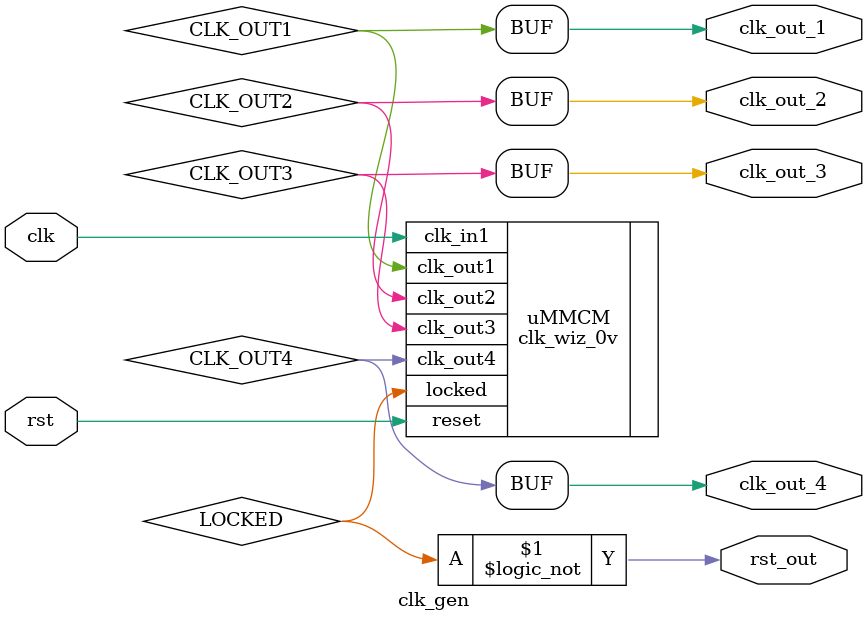
<source format=v>
module clk_gen (
	input clk,
	input rst,
	output rst_out,
	output clk_out_1,
	output clk_out_2,
	output clk_out_3,
	output clk_out_4
	//input  dclk
    //inout	[35:0] CONTROL,
    //inout	[35:0] CONTROL1
);



reg [15:0]  bit_mask, n_bit_mask;
wire            drp_request;




wire LOCKED;



assign rst_out = !LOCKED;
assign clk_out_1 = CLK_OUT1;
assign clk_out_2 = CLK_OUT2;
assign clk_out_3 = CLK_OUT3;
assign clk_out_4 = CLK_OUT4;


  clk_wiz_0v uMMCM
   (// Clock in ports
    .clk_in1(clk),      // input CLK_IN1
    //.CLKFB_IN(CLKFB_OUT),     // input CLKFB_IN
    // Clock out ports
    .clk_out1(CLK_OUT1),     // output CLK_OUT1
    .clk_out2(CLK_OUT2),     // output CLK_OUT2
    .clk_out3(CLK_OUT3),     // output CLK_OUT3
    .clk_out4(CLK_OUT4),     // output CLK_OUT4
  
    //.CLKFB_OUT(CLKFB_OUT),    // output CLKFB_OUT
    // Dynamic reconfiguration ports
    //.daddr(daddr),// input [6:0] DADDR
    //.dclk(dclk), // input DCLK
    //.DEN(den),// input DEN
    //.DIN(din), // input [15:0] DIN
    //.DOUT(dout), // output [15:0] DOUT
    //.DRDY(drdy), // input DRDY
    //.DWE(dwe),// output DWE
    // Status and control signals
    .reset(rst),// input RESET
    .locked(LOCKED)); 
  //----------------------------------------------------------------------------





         
    
endmodule

</source>
